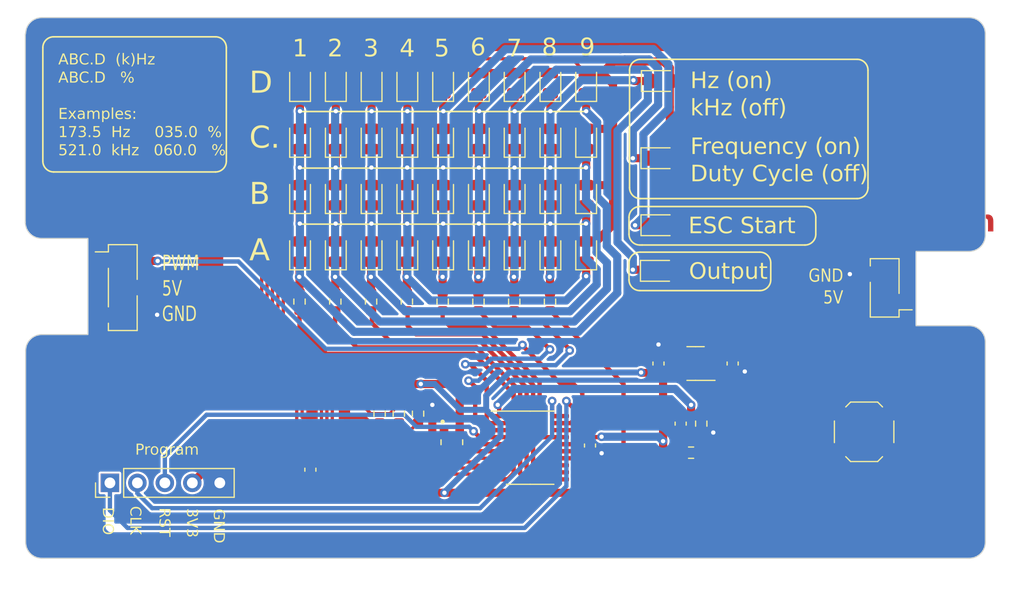
<source format=kicad_pcb>
(kicad_pcb (version 20221018) (generator pcbnew)
  (layers (0 "F.Cu" signal) (31 "B.Cu" signal) (34 "B.Paste" user) (35 "F.Paste" user) (36 "B.SilkS" user "B.Silkscreen") (37 "F.SilkS" user "F.Silkscreen") (38 "B.Mask" user) (39 "F.Mask" user) (44 "Edge.Cuts" user))
  (net 0 "")
  (net 1 "Row1")
  (net 2 "Row2")
  (net 3 "Row3")
  (net 4 "Row4")
  (net 5 "Net-(D4-K)")
  (net 6 "Row5")
  (net 7 "Net-(D12-K)")
  (net 8 "+3V0")
  (net 9 "GND")
  (net 10 "RESET")
  (net 11 "Col1")
  (net 12 "Col2")
  (net 13 "Col3")
  (net 14 "Col4")
  (net 15 "Col5")
  (net 16 "Col6")
  (net 17 "Col7")
  (net 18 "Col8")
  (net 19 "Net-(R10-Pad1)")
  (net 20 "BUTTON")
  (net 21 "Net-(D20-K)")
  (net 22 "Net-(D28-K)")
  (net 23 "Net-(D36-K)")
  (net 24 "Net-(D44-K)")
  (net 25 "Net-(D52-K)")
  (net 26 "Net-(D60-K)")
  (net 27 "SW_DIO")
  (net 28 "SW_CLK")
  (net 29 "CLK")
  (net 30 "Net-(U2-~{LE})")
  (net 31 "Net-(U2-~{OE}_{1})")
  (net 32 "Net-(U2-OE_{0})")
  (net 35 "A2")
  (net 36 "A1")
  (net 38 "A0")
  (net 40 "+5V")
  (net 41 "PWM")
  (footprint "Resistor_SMD:R_0603_1608Metric" (layer "F.Cu") (at 54.945814 45.0613 -90)
    (fp_text reference "R3" hide)
    (fp_text value "100 Ω")
  )
  (footprint "LED_SMD:LED_0805_2012Metric" (layer "F.Cu") (at 71.52745 35.2315 90)
    (fp_text reference "D62" hide)
    (fp_text value "L")
  )
  (footprint "Connector_PinHeader_2.54mm:PinHeader_1x05_P2.54mm_Vertical" (layer "F.Cu") (at 30.7959 61.8256 90)
    (fp_text reference "J2" hide)
    (fp_text value "Reprogram")
  )
  (footprint "Capacitor_SMD:C_0603_1608Metric" (layer "F.Cu") (at 75.1901 58.3712 -90)
    (fp_text reference "C1" hide)
    (fp_text value "10uF")
  )
  (footprint "Resistor_SMD:R_0603_1608Metric" (layer "F.Cu") (at 64.873585 45.0613 -90)
    (fp_text reference "R6" hide)
    (fp_text value "100 Ω")
  )
  (footprint "LED_SMD:LED_0805_2012Metric" (layer "F.Cu") (at 64.91335 40.4385 90)
    (fp_text reference "D45" hide)
    (fp_text value "L")
  )
  (footprint "LED_SMD:LED_0805_2012Metric" (layer "F.Cu") (at 58.29925 35.2315 90)
    (fp_text reference "D30" hide)
    (fp_text value "L")
  )
  (footprint "LED_SMD:LED_0805_2012Metric" (layer "F.Cu") (at 51.68515 40.4385 90)
    (fp_text reference "D13" hide)
    (fp_text value "L")
  )
  (footprint "LED_SMD:LED_0805_2012Metric" (layer "F.Cu") (at 74.8345 40.4385 90)
    (fp_text reference "D28" hide)
    (fp_text value "L")
  )
  (footprint "Package_TO_SOT_SMD:SOT-23-5" (layer "F.Cu") (at 84.9514 50.7868 180)
    (fp_text reference "U3" hide)
    (fp_text value "TLV75533PDBV")
  )
  (footprint "LED_SMD:LED_0805_2012Metric" (layer "F.Cu") (at 54.9922 35.2315 90)
    (fp_text reference "D22" hide)
    (fp_text value "L")
  )
  (footprint "LED_SMD:LED_0805_2012Metric" (layer "F.Cu") (at 81.5909 31.8028)
    (fp_text reference "D44" hide)
    (fp_text value "L")
  )
  (footprint "Resistor_SMD:R_0603_1608Metric" (layer "F.Cu") (at 58.255071 45.0613 -90)
    (fp_text reference "R4" hide)
    (fp_text value "100 Ω")
  )
  (footprint "LED_SMD:LED_0805_2012Metric" (layer "F.Cu") (at 71.52745 40.4385 90)
    (fp_text reference "D61" hide)
    (fp_text value "L")
  )
  (footprint "Colin New Footprints:SOT-23-16 Thin" (layer "F.Cu") (at 50.9839 56.530396 180)
    (fp_text reference "U2" hide)
    (fp_text value "74HC237")
  )
  (footprint "LED_SMD:LED_0805_2012Metric" (layer "F.Cu") (at 51.68515 35.2315 90)
    (fp_text reference "D14" hide)
    (fp_text value "L")
  )
  (footprint "LED_SMD:LED_0805_2012Metric" (layer "F.Cu") (at 68.2204 35.2315 90)
    (fp_text reference "D54" hide)
    (fp_text value "L")
  )
  (footprint "Resistor_SMD:R_0603_1608Metric" (layer "F.Cu") (at 84.5373 59.0316 180)
    (fp_text reference "R10" hide)
    (fp_text value "1kΩ")
  )
  (footprint "LED_SMD:LED_0805_2012Metric" (layer "F.Cu") (at 54.9922 40.4385 90)
    (fp_text reference "D21" hide)
    (fp_text value "L")
  )
  (footprint "LED_SMD:LED_0805_2012Metric" (layer "F.Cu") (at 81.5401 42.2168)
    (fp_text reference "D52" hide)
    (fp_text value "L")
  )
  (footprint "LED_SMD:LED_0805_2012Metric" (layer "F.Cu") (at 51.68515 30.0245 90)
    (fp_text reference "D15" hide)
    (fp_text value "L")
  )
  (footprint "LED_SMD:LED_0805_2012Metric" (layer "F.Cu") (at 54.9922 24.866 90)
    (fp_text reference "D24" hide)
    (fp_text value "L")
  )
  (footprint "LED_SMD:LED_0805_2012Metric" (layer "F.Cu") (at 64.91335 24.866 90)
    (fp_text reference "D48" hide)
    (fp_text value "L")
  )
  (footprint "LED_SMD:LED_0805_2012Metric" (layer "F.Cu") (at 81.5909 38.0004)
    (fp_text reference "D36" hide)
    (fp_text value "L")
  )
  (footprint "Button_Switch_SMD:SW_SPST_TL3342" (layer "F.Cu") (at 100.5393 57.1012)
    (fp_text reference "SW1" hide)
    (fp_text value "SMD Push Button")
  )
  (footprint "Resistor_SMD:R_0603_1608Metric" (layer "F.Cu") (at 71.4921 45.0613 -90)
    (fp_text reference "R8" hide)
    (fp_text value "100 Ω")
  )
  (footprint "LED_SMD:LED_0805_2012Metric" (layer "F.Cu") (at 81.63214 24.6654)
    (fp_text reference "D60" hide)
    (fp_text value "L")
  )
  (footprint "Resistor_SMD:R_0603_1608Metric" (layer "F.Cu") (at 48.3273 45.0613 -90)
    (fp_text reference "R1" hide)
    (fp_text value "100 Ω")
  )
  (footprint "Capacitor_SMD:C_0603_1608Metric" (layer "F.Cu") (at 49.3329 60.6064 -90)
    (fp_text reference "C2" hide)
    (fp_text value "10uF")
  )
  (footprint "LED_SMD:LED_0805_2012Metric" (layer "F.Cu") (at 54.9922 30.0245 90)
    (fp_text reference "D23" hide)
    (fp_text value "L")
  )
  (footprint "Capacitor_SMD:C_0603_1608Metric" (layer "F.Cu") (at 83.5725 56.3466 90)
    (fp_text reference "C4" hide)
    (fp_text value "0.1uF")
  )
  (footprint "Resistor_SMD:R_0603_1608Metric" (layer "F.Cu") (at 55.7337 55.4248 90)
    (fp_text reference "R15" hide)
    (fp_text value "1kΩ")
  )
  (footprint "LED_SMD:LED_0805_2012Metric" (layer "F.Cu") (at 58.29925 40.4385 90)
    (fp_text reference "D29" hide)
    (fp_text value "L")
  )
  (footprint "Colin New Footprints:active crystal oscillator" (layer "F.Cu") (at 62.4139 58.0664 -90)
    (fp_text reference "Y1" hide)
    (fp_text value "Active Crystal Oscillator")
  )
  (footprint "Colin New Footprints:2 Pin SMD (2.54)" (layer "F.Cu") (at 101.2199 37.3396 180)
    (fp_text reference "J1" hide)
    (fp_text value "Battery")
  )
  (footprint "LED_SMD:LED_0805_2012Metric" (layer "F.Cu") (at 61.6063 24.866 90)
    (fp_text reference "D40" hide)
    (fp_text value "L")
  )
  (footprint "LED_SMD:LED_0805_2012Metric" (layer "F.Cu") (at 68.2204 40.4385 90)
    (fp_text reference "D53" hide)
    (fp_text value "L")
  )
  (footprint "LED_SMD:LED_0805_2012Metric" (layer "F.Cu") (at 48.3781 24.866 90)
    (fp_text reference "D8" hide)
    (fp_text value "L")
  )
  (footprint "Package_SO:TSSOP-20_4.4x6.5mm_P0.65mm" (layer "F.Cu") (at 69.6529 58.5744)
    (fp_text reference "U1" hide)
    (fp_text value "STM32L010F4Px")
  )
  (footprint "Resistor_SMD:R_0603_1608Metric" (layer "F.Cu") (at 57.5117 55.4248 90)
    (fp_text reference "R14" hide)
    (fp_text value "1kΩ")
  )
  (footprint "LED_SMD:LED_0805_2012Metric" (layer "F.Cu") (at 61.6063 35.2315 90)
    (fp_text reference "D38" hide)
    (fp_text value "L")
  )
  (footprint "LED_SMD:LED_0805_2012Metric" (layer "F.Cu") (at 58.29925 30.0245 90)
    (fp_text reference "D31" hide)
    (fp_text value "L")
  )
  (footprint "LED_SMD:LED_0805_2012Metric" (layer "F.Cu") (at 71.52745 30.0245 90)
    (fp_text reference "D63" hide)
    (fp_text value "L")
  )
  (footprint "LED_SMD:LED_0805_2012Metric" (layer "F.Cu") (at 68.2204 24.866 90)
    (fp_text reference "D56" hide)
    (fp_text value "L")
  )
  (footprint "LED_SMD:LED_0805_2012Metric" (layer "F.Cu") (at 64.91335 35.2315 90)
    (fp_text reference "D46" hide)
    (fp_text value "L")
  )
  (footprint "LED_SMD:LED_0805_2012Metric" (layer "F.Cu") (at 71.52745 24.866 90)
    (fp_text reference "D64" hide)
    (fp_text value "L")
  )
  (footprint "LED_SMD:LED_0805_2012Metric" (layer "F.Cu") (at 48.3781 35.2315 90)
    (fp_text reference "D6" hide)
    (fp_text value "L")
  )
  (footprint "LED_SMD:LED_0805_2012Metric" (layer "F.Cu") (at 48.3781 40.4385 90)
    (fp_text reference "D5" hide)
    (fp_text value "L")
  )
  (footprint "LED_SMD:LED_0805_2012Metric" (layer "F.Cu") (at 64.91335 30.0245 90)
    (fp_text reference "D47" hide)
    (fp_text value "L")
  )
  (footprint "Resistor_SMD:R_0603_1608Metric" (layer "F.Cu") (at 51.636557 45.0613 -90)
    (fp_text reference "R2" hide)
    (fp_text value "100 Ω")
  )
  (footprint "LED_SMD:LED_0805_2012Metric" (layer "F.Cu") (at 68.2204 30.0245 90)
    (fp_text reference "D55" hide)
    (fp_text value "L")
  )
  (footprint "LED_SMD:LED_0805_2012Metric" (layer "F.Cu") (at 51.68515 24.866 90)
    (fp_text reference "D16" hide)
    (fp_text value "L")
  )
  (footprint "LED_SMD:LED_0805_2012Metric" (layer "F.Cu") (at 61.6063 30.0245 90)
    (fp_text reference "D39" hide)
    (fp_text value "L")
  )
  (footprint "Resistor_SMD:R_0603_1608Metric" (layer "F.Cu") (at 61.564328 45.0613 -90)
    (fp_text reference "R5" hide)
    (fp_text value "100 Ω")
  )
  (footprint "Resistor_SMD:R_0603_1608Metric" (layer "F.Cu") (at 85.4775 56.3466 -90)
    (fp_text reference "R12" hide)
    (fp_text value "10kΩ")
  )
  (footprint "Resistor_SMD:R_0603_1608Metric" (layer "F.Cu") (at 68.182842 45.0613 -90)
    (fp_text reference "R7" hide)
    (fp_text value "100 Ω")
  )
  (footprint "LED_SMD:LED_0805_2012Metric" (layer "F.Cu") (at 74.8345 24.866 90)
    (fp_text reference "D4" hide)
    (fp_text value "L")
  )
  (footprint "Capacitor_SMD:C_0603_1608Metric" (layer "F.Cu") (at 88.3804 50.7868 -90)
    (fp_text reference "C6" hide)
    (fp_text value "10 µF")
  )
  (footprint "LED_SMD:LED_0805_2012Metric" (layer "F.Cu") (at 48.3781 30.0245 90)
    (fp_text reference "D7" hide)
    (fp_text value "L")
  )
  (footprint "Resistor_SMD:R_0603_1608Metric" (layer "F.Cu") (at 59.2897 55.4248 90)
    (fp_text reference "R13" hide)
    (fp_text value "1kΩ")
  )
  (footprint "LED_SMD:LED_0805_2012Metric" (layer "F.Cu") (at 58.29925 24.866 90)
    (fp_text reference "D32" hide)
    (fp_text value "L")
  )
  (footprint "Colin New Footprints:3 Pin SMD (2.54)" (layer "F.Cu") (at 32.1867 45.5438)
    (fp_text reference "J3" hide)
    (fp_text value "Output Pins")
  )
  (footprint "LED_SMD:LED_0805_2012Metric" (layer "F.Cu") (at 74.8345 35.2315 90)
    (fp_text reference "D20" hide)
    (fp_text value "L")
  )
  (footprint "LED_SMD:LED_0805_2012Metric" (layer "F.Cu") (at 61.6063 40.4385 90)
    (fp_text reference "D37" hide)
    (fp_text value "L")
  )
  (footprint "LED_SMD:LED_0805_2012Metric" (layer "F.Cu") (at 74.8345 30.0245 90)
    (fp_text reference "D12" hide)
    (fp_text value "L")
  )
  (footprint "Capacitor_SMD:C_0603_1608Metric" (layer "F.Cu") (at 81.5224 50.7868 90)
    (fp_text reference "C5" hide)
    (fp_text value "10 µF")
  )
  (gr_arc (start 25.5933 33.0728) (mid 24.886193 32.779907) (end 24.5933 32.0728) (stroke (width 0.15)) (layer "F.SilkS"))
  (gr_arc (start 78.7969 37.2732) (mid 79.089793 36.566093) (end 79.7969 36.2732) (stroke (width 0.15)) (layer "F.SilkS"))
  (gr_arc (start 79.8477 35.5366) (mid 79.140593 35.243707) (end 78.8477 34.5366) (stroke (width 0.15)) (layer "F.SilkS"))
  (gr_line (start 80.0001 36.2732) (end 95.0689 36.2732) (stroke (width 0.15)) (layer "F.SilkS"))
  (gr_line (start 79.7969 39.8292) (end 80.0001 39.8292) (stroke (width 0.15)) (layer "F.SilkS"))
  (gr_line (start 95.0689 39.8292) (end 80.0001 39.8292) (stroke (width 0.15)) (layer "F.SilkS"))
  (gr_arc (start 79.7969 44.0456) (mid 79.089793 43.752707) (end 78.7969 43.0456) (stroke (width 0.15)) (layer "F.SilkS"))
  (gr_line (start 25.5933 20.576) (end 40.5605 20.576) (stroke (width 0.15)) (layer "F.SilkS"))
  (gr_line (start 40.5605 33.0728) (end 25.5933 33.0728) (stroke (width 0.15)) (layer "F.SilkS"))
  (gr_line (start 100.8949 23.6842) (end 100.8949 34.5366) (stroke (width 0.15)) (layer "F.SilkS"))
  (gr_line (start 99.8949 22.6588) (end 79.8477 22.6588) (stroke (width 0.15)) (layer "F.SilkS"))
  (gr_line (start 41.5605 21.576) (end 41.5605 32.0728) (stroke (width 0.15)) (layer "F.SilkS"))
  (gr_line (start 48.3325 32.7169) (end 74.8345 32.7169) (stroke (width 0.15)) (layer "F.SilkS"))
  (gr_line (start 78.8477 34.5112) (end 78.8477 23.6588) (stroke (width 0.15)) (layer "F.SilkS"))
  (gr_line (start 79.7969 40.4896) (end 90.9033 40.4896) (stroke (width 0.15)) (layer "F.SilkS"))
  (gr_arc (start 41.5605 32.0728) (mid 41.267607 32.779907) (end 40.5605 33.0728) (stroke (width 0.15)) (layer "F.SilkS"))
  (gr_arc (start 100.8949 34.5366) (mid 100.602007 35.243707) (end 99.8949 35.5366) (stroke (width 0.15)) (layer "F.SilkS"))
  (gr_arc (start 90.9033 40.4896) (mid 91.610407 40.782493) (end 91.9033 41.4896) (stroke (width 0.15)) (layer "F.SilkS"))
  (gr_arc (start 99.8949 22.6588) (mid 100.602007 22.951693) (end 100.8949 23.6588) (stroke (width 0.15)) (layer "F.SilkS"))
  (gr_line (start 24.5933 32.0728) (end 24.5933 21.576) (stroke (width 0.15)) (layer "F.SilkS"))
  (gr_arc (start 95.0689 36.2732) (mid 95.776007 36.566093) (end 96.0689 37.2732) (stroke (width 0.15)) (layer "F.SilkS"))
  (gr_line (start 91.9033 41.4896) (end 91.9033 43.0456) (stroke (width 0.15)) (layer "F.SilkS"))
  (gr_line (start 48.3325 37.8985) (end 74.7329 37.8985) (stroke (width 0.15)) (layer "F.SilkS"))
  (gr_line (start 78.7969 38.8292) (end 78.7969 37.2732) (stroke (width 0.15)) (layer "F.SilkS"))
  (gr_arc (start 78.8477 23.6588) (mid 79.140593 22.951693) (end 79.8477 22.6588) (stroke (width 0.15)) (layer "F.SilkS"))
  (gr_line (start 90.9033 44.0456) (end 79.7969 44.0456) (stroke (width 0.15)) (layer "F.SilkS"))
  (gr_line (start 99.8949 35.5366) (end 79.8477 35.5366) (stroke (width 0.15)) (layer "F.SilkS"))
  (gr_arc (start 24.5933 21.576) (mid 24.886193 20.868893) (end 25.5933 20.576) (stroke (width 0.15)) (layer "F.SilkS"))
  (gr_arc (start 96.0689 38.8292) (mid 95.776007 39.536307) (end 95.0689 39.8292) (stroke (width 0.15)) (layer "F.SilkS"))
  (gr_arc (start 91.9033 43.0456) (mid 91.610407 43.752707) (end 90.9033 44.0456) (stroke (width 0.15)) (layer "F.SilkS"))
  (gr_line (start 79.7969 36.2732) (end 80.0001 36.2732) (stroke (width 0.15)) (layer "F.SilkS"))
  (gr_arc (start 40.5605 20.576) (mid 41.267607 20.868893) (end 41.5605 21.576) (stroke (width 0.15)) (layer "F.SilkS"))
  (gr_line (start 78.7969 43.0456) (end 78.7969 41.4896) (stroke (width 0.15)) (layer "F.SilkS"))
  (gr_line (start 96.0689 37.2732) (end 96.0689 38.8292) (stroke (width 0.15)) (layer "F.SilkS"))
  (gr_arc (start 78.7969 41.4896) (mid 79.089793 40.782493) (end 79.7969 40.4896) (stroke (width 0.15)) (layer "F.SilkS"))
  (gr_line (start 48.3273 27.4845) (end 74.8853 27.4845) (stroke (width 0.15)) (layer "F.SilkS"))
  (gr_arc (start 79.7969 39.8292) (mid 79.089793 39.536307) (end 78.7969 38.8292) (stroke (width 0.15)) (layer "F.SilkS"))
  (gr_arc (start 23 20.3) (mid 23.43934 19.23934) (end 24.5 18.8) (stroke (width 0.1)) (layer "Edge.Cuts"))
  (gr_line (start 105.3399 40.42094) (end 105.3399 47.28926) (stroke (width 0.1)) (layer "Edge.Cuts"))
  (gr_line (start 22.9989 49.6096) (end 22.9989 67.3) (stroke (width 0.1)) (layer "Edge.Cuts"))
  (gr_line (start 24.4989 48.1096) (end 28.7589 48.1096) (stroke (width 0.1)) (layer "Edge.Cuts"))
  (gr_line (start 24.5 18.8) (end 110.25 18.8) (stroke (width 0.1)) (layer "Edge.Cuts"))
  (gr_line (start 111.74824 38.92094) (end 111.74824 20.3) (stroke (width 0.1)) (layer "Edge.Cuts"))
  (gr_arc (start 24.4699 39.2196) (mid 23.40924 38.78026) (end 22.9699 37.7196) (stroke (width 0.1)) (layer "Edge.Cuts"))
  (gr_arc (start 24.5 68.8) (mid 23.43934 68.36066) (end 23 67.3) (stroke (width 0.1)) (layer "Edge.Cuts"))
  (gr_arc (start 111.74824 38.92094) (mid 111.3089 39.9816) (end 110.24824 40.42094) (stroke (width 0.1)) (layer "Edge.Cuts"))
  (gr_line (start 22.9699 37.7196) (end 22.9699 20.3) (stroke (width 0.1)) (layer "Edge.Cuts"))
  (gr_line (start 110.24824 40.42094) (end 105.3399 40.42094) (stroke (width 0.1)) (layer "Edge.Cuts"))
  (gr_arc (start 111.75 67.3) (mid 111.31066 68.36066) (end 110.25 68.8) (stroke (width 0.1)) (layer "Edge.Cuts"))
  (gr_line (start 28.7589 48.1096) (end 28.7589 39.2196) (stroke (width 0.1)) (layer "Edge.Cuts"))
  (gr_arc (start 22.9989 49.6096) (mid 23.43824 48.54894) (end 24.4989 48.1096) (stroke (width 0.1)) (layer "Edge.Cuts"))
  (gr_arc (start 110.25 47.28926) (mid 111.310659 47.7286) (end 111.749999 48.78926) (stroke (width 0.1)) (layer "Edge.Cuts"))
  (gr_line (start 110.25 68.8) (end 24.5 68.8) (stroke (width 0.1)) (layer "Edge.Cuts"))
  (gr_arc (start 110.25 18.8) (mid 111.31066 19.23934) (end 111.75 20.3) (stroke (width 0.1)) (layer "Edge.Cuts"))
  (gr_line (start 111.749999 48.78926) (end 111.749999 67.3) (stroke (width 0.1)) (layer "Edge.Cuts"))
  (gr_line (start 24.4699 39.2196) (end 28.7589 39.2196) (stroke (width 0.1)) (layer "Edge.Cuts"))
  (gr_line (start 110.25 47.28926) (end 105.3399 47.28926) (stroke (width 0.1)) (layer "Edge.Cuts"))
  (gr_text "Power In" (at 98.8629 38.9148) (layer "F.Cu") (effects (font (size 2 2) (thickness 0.4) bold) (justify left bottom)))
  (gr_text "Signal Out" (at 24.6441 37.594) (layer "F.Cu") (effects (font (size 2 2) (thickness 0.4) bold) (justify left bottom)))
  (gr_text "B" (at 43.6791 36.3745) (layer "F.SilkS") (effects (font (size 2 2)) (justify left bottom)))
  (gr_text "D" (at 43.6791 26.0875) (layer "F.SilkS") (effects (font (size 2 2)) (justify left bottom)))
  (gr_text "ESC Start" (at 84.2833 37.2384) (layer "F.SilkS") (effects (font (size 1.5 1.5)) (justify left top)))
  (gr_text "PWM\n5V\nGND" (at 35.6169 47.0936) (layer "F.SilkS") (effects (font (size 1.4 1)) (justify left bottom)))
  (gr_text "RST" (at 35.2105 64.1116 270) (layer "F.SilkS") (effects (font (size 1 1)) (justify left bottom)))
  (gr_text "C." (at 43.6791 31.1675) (layer "F.SilkS") (effects (font (size 2 2)) (justify left bottom)))
  (gr_text "9" (at 74.2249 22.5569) (layer "F.SilkS") (effects (font (size 1.6 1.6)) (justify left bottom)))
  (gr_text "Output" (at 84.3341 41.4548) (layer "F.SilkS") (effects (font (size 1.5 1.5)) (justify left top)))
  (gr_text "Program\n" (at 33.1277 59.3872) (layer "F.SilkS") (effects (font (size 1 1)) (justify left bottom)))
  (gr_text "1" (at 47.6669 22.6585) (layer "F.SilkS") (effects (font (size 1.6 1.6)) (justify left bottom)))
  (gr_text "Hz (on)\nkHz (off)" (at 84.4634 28.0944) (layer "F.SilkS") (effects (font (size 1.5 1.5)) (justify left bottom)))
  (gr_text "3\n" (at 54.2201 22.6585) (layer "F.SilkS") (effects (font (size 1.6 1.6)) (justify left bottom)))
  (gr_text "8" (at 70.7301 22.5569) (layer "F.SilkS") (effects (font (size 1.6 1.6)) (justify left bottom)))
  (gr_text "3V3" (at 37.7505 64.1624 270) (layer "F.SilkS") (effects (font (size 1 1)) (justify left bottom)))
  (gr_text "A" (at 43.6791 41.5815) (layer "F.SilkS") (effects (font (size 2 2)) (justify left bottom)))
  (gr_text "CLK\n" (at 32.5181 63.9592 270) (layer "F.SilkS") (effects (font (size 1 1)) (justify left bottom)))
  (gr_text "GND\n5V\n" (at 98.6089 45.4426) (layer "F.SilkS") (effects (font (size 1.2 1)) (justify right bottom)))
  (gr_text "5" (at 60.7733 22.6585) (layer "F.SilkS") (effects (font (size 1.6 1.6)) (justify left bottom)))
  (gr_text "2" (at 50.9181 22.6585) (layer "F.SilkS") (effects (font (size 1.6 1.6)) (justify left bottom)))
  (gr_text "GND" (at 40.2397 64.2132 270) (layer "F.SilkS") (effects (font (size 1 1)) (justify left bottom)))
  (gr_text "6" (at 64.1261 22.5569) (layer "F.SilkS") (effects (font (size 1.6 1.6)) (justify left bottom)))
  (gr_text "ABC.D  (k)Hz\nABC.D   %\n\nExamples:\n173.5  Hz     035.0  %\n521.0  kHz   060.0   %\n" (at 26.0157 31.7012) (layer "F.SilkS") (effects (font (size 1 1)) (justify left bottom)))
  (gr_text "DIO" (at 29.9781 64.0608 270) (layer "F.SilkS") (effects (font (size 1 1)) (justify left bottom)))
  (gr_text "4" (at 57.5729 22.6585) (layer "F.SilkS") (effects (font (size 1.6 1.6)) (justify left bottom)))
  (gr_text "7" (at 67.4789 22.6585) (layer "F.SilkS") (effects (font (size 1.6 1.6)) (justify left bottom)))
  (gr_text "Frequency (on) \nDuty Cycle (off)" (at 84.4634 34.1904) (layer "F.SilkS") (effects (font (size 1.5 1.5)) (justify left bottom)))
  (segment (start 73.514 22.608) (end 46.5389 22.608) (width 0.3) (layer "F.Cu") (net 1))
  (segment (start 77.1987 29.087) (end 77.3237 29.212) (width 0.75) (layer "F.Cu") (net 1))
  (segment (start 82.4776 42.2168) (end 82.4776 38.0512) (width 0.75) (layer "F.Cu") (net 1))
  (segment (start 44.8277 24.3192) (end 44.8277 50.2004) (width 0.3) (layer "F.Cu") (net 1))
  (segment (start 82.56964 37.85756) (end 82.5284 37.8988) (width 0.75) (layer "F.Cu") (net 1))
  (segment (start 77.3237 24.9448) (end 76.3074 23.9285) (width 0.75) (layer "F.Cu") (net 1))
  (segment (start 77.3237 37.9496) (end 77.3237 34.3428) (width 0.75) (layer "F.Cu") (net 1))
  (segment (start 77.3237 29.212) (end 77.3237 24.9448) (width 0.75) (layer "F.Cu") (net 1))
  (segment (start 46.5389 22.608) (end 44.8277 24.3192) (width 0.3) (layer "F.Cu") (net 1))
  (segment (start 77.3237 34.3428) (end 77.3237 29.212) (width 0.75) (layer "F.Cu") (net 1))
  (segment (start 77.3739 22.862) (end 76.3074 23.9285) (width 0.75) (layer "F.Cu") (net 1))
  (segment (start 48.0709 57.242401) (end 48.608898 57.780399) (width 0.3) (layer "F.Cu") (net 1))
  (segment (start 81.9973 22.862) (end 77.3739 22.862) (width 0.75) (layer "F.Cu") (net 1))
  (segment (start 48.608898 57.780399) (end 49.483898 57.780399) (width 0.3) (layer "F.Cu") (net 1))
  (segment (start 44.8277 50.2004) (end 48.0709 53.4436) (width 0.3) (layer "F.Cu") (net 1))
  (segment (start 74.8345 34.294) (end 77.2749 34.294) (width 0.75) (layer "F.Cu") (net 1))
  (segment (start 74.8345 29.087) (end 77.1987 29.087) (width 0.75) (layer "F.Cu") (net 1))
  (segment (start 82.56964 27.0784) (end 82.56964 30.7614) (width 0.75) (layer "F.Cu") (net 1))
  (segment (start 82.4776 38.0512) (end 82.5284 38.0004) (width 0.75) (layer "F.Cu") (net 1))
  (segment (start 74.8345 23.9285) (end 73.514 22.608) (width 0.3) (layer "F.Cu") (net 1))
  (segment (start 75.7723 39.501) (end 77.3237 37.9496) (width 0.75) (layer "F.Cu") (net 1))
  (segment (start 77.2749 34.294) (end 77.3237 34.3428) (width 0.75) (layer "F.Cu") (net 1))
  (segment (start 82.56964 30.7614) (end 82.56964 37.85756) (width 0.75) (layer "F.Cu") (net 1))
  (segment (start 82.56964 24.6654) (end 82.56964 27.0784) (width 0.75) (layer "F.Cu") (net 1))
  (segment (start 82.56964 23.43434) (end 81.9973 22.862) (width 0.75) (layer "F.Cu") (net 1))
  (segment (start 74.8345 39.501) (end 75.7723 39.501) (width 0.75) (layer "F.Cu") (net 1))
  (segment (start 48.0709 53.4436) (end 48.0709 57.242401) (width 0.3) (layer "F.Cu") (net 1))
  (segment (start 76.3074 23.9285) (end 74.8345 23.9285) (width 0.75) (layer "F.Cu") (net 1))
  (segment (start 82.56964 24.6654) (end 82.56964 23.43434) (width 0.75) (layer "F.Cu") (net 1))
  (segment (start 51.358898 56.583014) (end 51.358898 53.843998) (width 0.3) (layer "F.Cu") (net 2))
  (segment (start 50.661511 57.280401) (end 51.358898 56.583014) (width 0.3) (layer "F.Cu") (net 2))
  (segment (start 48.3781 39.501) (end 71.52745 39.501) (width 0.75) (layer "F.Cu") (net 2))
  (segment (start 46.8277 49.3128) (end 46.8277 39.8452) (width 0.3) (layer "F.Cu") (net 2))
  (segment (start 46.8277 39.8452) (end 47.1993 39.4736) (width 0.3) (layer "F.Cu") (net 2))
  (segment (start 47.1993 39.4736) (end 47.2267 39.501) (width 0.3) (layer "F.Cu") (net 2))
  (segment (start 51.358898 53.843998) (end 46.8277 49.3128) (width 0.3) (layer "F.Cu") (net 2))
  (segment (start 47.2267 39.501) (end 48.3781 39.501) (width 0.3) (layer "F.Cu") (net 2))
  (segment (start 49.483898 57.2804) (end 50.661511 57.280401) (width 0.3) (layer "F.Cu") (net 2))
  (segment (start 49.483898 56.780401) (end 50.454405 56.780401) (width 0.3) (layer "F.Cu") (net 3))
  (segment (start 46.8417 34.294) (end 48.3781 34.294) (width 0.3) (layer "F.Cu") (net 3))
  (segment (start 50.858898 54.059291) (end 46.3277 49.528093) (width 0.3) (layer "F.Cu") (net 3))
  (segment (start 50.454405 56.780401) (end 50.858898 56.375908) (width 0.3) (layer "F.Cu") (net 3))
  (segment (start 50.858898 56.375908) (end 50.858898 54.059291) (width 0.3) (layer "F.Cu") (net 3))
  (segment (start 46.3277 49.528093) (end 46.3277 34.808) (width 0.3) (layer "F.Cu") (net 3))
  (segment (start 48.3781 34.294) (end 71.52745 34.294) (width 0.75) (layer "F.Cu") (net 3))
  (segment (start 46.3277 34.808) (end 46.8417 34.294) (width 0.3) (layer "F.Cu") (net 3))
  (segment (start 45.8277 49.7352) (end 45.8277 30.1772) (width 0.3) (layer "F.Cu") (net 4))
  (segment (start 50.358898 54.266398) (end 45.8277 49.7352) (width 0.3) (layer "F.Cu") (net 4))
  (segment (start 46.9179 29.087) (end 48.3781 29.087) (width 0.3) (layer "F.Cu") (net 4))
  (segment (start 50.358898 56.168801) (end 50.358898 54.266398) (width 0.3) (layer "F.Cu") (net 4))
  (segment (start 50.2473 56.280399) (end 50.358898 56.168801) (width 0.3) (layer "F.Cu") (net 4))
  (segment (start 49.483898 56.280399) (end 50.2473 56.280399) (width 0.3) (layer "F.Cu") (net 4))
  (segment (start 45.8277 30.1772) (end 46.9179 29.087) (width 0.3) (layer "F.Cu") (net 4))
  (segment (start 48.3781 29.087) (end 71.52745 29.087) (width 0.75) (layer "F.Cu") (net 4))
  (segment (start 48.3273 41.4268) (end 48.3781 41.376) (width 0.75) (layer "F.Cu") (net 5))
  (segment (start 74.8345 27.434) (end 74.8345 25.8035) (width 0.75) (layer "F.Cu") (net 5))
  (segment (start 48.35225 37.848) (end 48.35225 36.19485) (width 0.75) (layer "F.Cu") (net 5))
  (segment (start 48.3273 44.2363) (end 48.3273 41.4268) (width 0.75) (layer "F.Cu") (net 5))
  (segment (start 48.3781 32.64055) (end 48.35225 32.6664) (width 0.75) (layer "F.Cu") (net 5))
  (segment (start 48.3677 27.434) (end 48.3677 25.8139) (width 0.75) (layer "F.Cu") (net 5))
  (segment (start 48.3677 25.8139) (end 48.3781 25.8035) (width 0.75) (layer "F.Cu") (net 5))
  (segment (start 48.35225 36.19485) (end 48.3781 36.169) (width 0.75) (layer "F.Cu") (net 5))
  (segment (start 48.3781 30.962) (end 48.3781 32.64055) (width 0.75) (layer "F.Cu") (net 5))
  (via (at 48.35225 32.6664) (size 0.8) (drill 0.4) (layers "F.Cu" "B.Cu") (net 5))
  (via (at 48.3677 27.4545) (size 0.8) (drill 0.4) (layers "F.Cu" "B.Cu") (net 5))
  (via (at 48.30145 42.7756) (size 0.8) (drill 0.4) (layers "F.Cu" "B.Cu") (net 5))
  (via (at 48.35225 37.848) (size 0.8) (drill 0.4) (layers "F.Cu" "B.Cu") (net 5))
  (via (at 74.8345 27.4545) (size 0.8) (drill 0.4) (layers "F.Cu" "B.Cu") (net 5))
  (segment (start 75.8505 28.4705) (end 74.8345 27.4545) (width 0.75) (layer "B.Cu") (net 5))
  (segment (start 48.3677 27.4545) (end 48.3677 42.70935) (width 0.75) (layer "B.Cu") (net 5))
  (segment (start 76.74405 36.280448) (end 75.8505 35.386898) (width 0.75) (layer "B.Cu") (net 5))
  (segment (start 48.3677 42.70935) (end 48.30145 42.7756) (width 0.75) (layer "B.Cu") (net 5))
  (segment (start 77.7095 40.89625) (end 76.74405 39.9308) (width 0.75) (layer "B.Cu") (net 5))
  (segment (start 77.7095 44.264005) (end 77.7095 40.89625) (width 0.75) (layer "B.Cu") (net 5))
  (segment (start 76.74405 39.9308) (end 76.74405 36.280448) (width 0.75) (layer "B.Cu") (net 5))
  (segment (start 75.8505 35.386898) (end 75.8505 28.4705) (width 0.75) (layer "B.Cu") (net 5))
  (segment (start 74.117905 47.8556) (end 77.7095 44.264005) (width 0.75) (layer "B.Cu") (net 5))
  (segment (start 48.30145 42.7756) (end 53.38145 47.8556) (width 0.75) (layer "B.Cu") (net 5))
  (segment (start 53.38145 47.8556) (end 74.117905 47.8556) (width 0.75) (layer "B.Cu") (net 5))
  (segment (start 48.3781 23.9285) (end 71.52745 23.9285) (width 0.75) (layer "F.Cu") (net 6))
  (segment (start 46.8945 23.9288) (end 48.3778 23.9288) (width 0.3) (layer "F.Cu") (net 6))
  (segment (start 48.3778 23.9288) (end 48.3781 23.9285) (width 0.3) (layer "F.Cu") (net 6))
  (segment (start 45.3277 49.942306) (end 45.3277 25.4956) (width 0.3) (layer "F.Cu") (net 6))
  (segment (start 48.5709 55.7424) (end 48.5709 53.185506) (width 0.3) (layer "F.Cu") (net 6))
  (segment (start 45.3277 25.4956) (end 46.8945 23.9288) (width 0.3) (layer "F.Cu") (net 6))
  (segment (start 48.6089 55.7804) (end 48.5709 55.7424) (width 0.3) (layer "F.Cu") (net 6))
  (segment (start 49.483898 55.7804) (end 48.6089 55.7804) (width 0.3) (layer "F.Cu") (net 6))
  (segment (start 48.5709 53.185506) (end 45.3277 49.942306) (width 0.3) (layer "F.Cu") (net 6))
  (segment (start 51.636557 41.424593) (end 51.68515 41.376) (width 0.75) (layer "F.Cu") (net 7))
  (segment (start 51.68515 30.962) (end 51.68515 32.65095) (width 0.75) (layer "F.Cu") (net 7))
  (segment (start 74.8345 30.962) (end 74.8345 32.65095) (width 0.75) (layer "F.Cu") (net 7))
  (segment (start 51.636557 44.2363) (end 51.636557 41.424593) (width 0.75) (layer "F.Cu") (net 7))
  (segment (start 74.8345 32.65095) (end 74.81905 32.6664) (width 0.75) (layer "F.Cu") (net 7))
  (segment (start 51.6697 37.848) (end 51.6697 36.18445) (width 0.75) (layer "F.Cu") (net 7))
  (segment (start 51.6697 36.18445) (end 51.68515 36.169) (width 0.75) (layer "F.Cu") (net 7))
  (segment (start 51.68515 27.44945) (end 51.68515 25.8035) (width 0.75) (layer "F.Cu") (net 7))
  (segment (start 51.68515 32.65095) (end 51.6697 32.6664) (width 0.75) (layer "F.Cu") (net 7))
  (via (at 51.6697 37.848) (size 0.8) (drill 0.4) (layers "F.Cu" "B.Cu") (net 7))
  (via (at 51.6189 42.7756) (size 0.8) (drill 0.4) (layers "F.Cu" "B.Cu") (net 7))
  (via (at 51.6697 32.6664) (size 0.8) (drill 0.4) (layers "F.Cu" "B.Cu") (net 7))
  (via (at 51.68515 27.4545) (size 0.8) (drill 0.4) (layers "F.Cu" "B.Cu") (net 7))
  (via (at 74.81905 32.6664) (size 0.8) (drill 0.4) (layers "F.Cu" "B.Cu") (net 7))
  (segment (start 76.7595 43.870502) (end 76.7595 41.4646) (width 0.75) (layer "B.Cu") (net 7))
  (segment (start 74.81905 35.69895) (end 74.81905 32.6664) (width 0.75) (layer "B.Cu") (net 7))
  (segment (start 75.7845 40.4896) (end 75.79405 40.48005) (width 0.75) (layer "B.Cu") (net 7))
  (segment (start 73.724402 46.9056) (end 76.7595 43.870502) (width 0.75) (layer "B.Cu") (net 7))
  (segment (start 76.7595 41.4646) (end 75.7845 40.4896) (width 0.75) (layer "B.Cu") (net 7))
  (segment (start 75.79405 36.67395) (end 74.81905 35.69895) (width 0.75) (layer "B.Cu") (net 7))
  (segment (start 75.79405 40.48005) (end 75.79405 36.67395) (width 0.75) (layer "B.Cu") (net 7))
  (segment (start 51.6189 42.7756) (end 55.7489 46.9056) (width 0.75) (layer "B.Cu") (net 7))
  (segment (start 55.7489 46.9056) (end 73.724402 46.9056) (width 0.75) (layer "B.Cu") (net 7))
  (segment (start 51.6189 27.52075) (end 51.68515 27.4545) (width 0.75) (layer "B.Cu") (net 7))
  (segment (start 51.6189 42.7756) (end 51.6189 27.52075) (width 0.75) (layer "B.Cu") (net 7))
  (segment (start 55.7337 53.596) (end 56.6481 52.6816) (width 0.75) (layer "F.Cu") (net 8))
  (segment (start 81.9465 56.0344) (end 81.9465 51.9859) (width 0.75) (layer "F.Cu") (net 8))
  (segment (start 49.483898 59.680402) (end 49.3329 59.8314) (width 0.3) (layer "F.Cu") (net 8))
  (segment (start 74.3265 57.5584) (end 75.1523 57.5584) (width 0.4) (layer "F.Cu") (net 8))
  (segment (start 79.9145 51.6148) (end 79.9675 51.5618) (width 0.55) (layer "F.Cu") (net 8))
  (segment (start 81.9465 58.5236) (end 82.5053 59.0824) (width 0.75) (layer "F.Cu") (net 8))
  (segment (start 80.1685 62.74) (end 81.9465 60.962) (width 0.75) (layer "F.Cu") (net 8))
  (segment (start 79.9145 51.6148) (end 80.0365 51.7368) (width 0.55) (layer "F.Cu") (net 8))
  (segment (start 55.7337 54.5998) (end 55.7337 53.596) (width 0.75) (layer "F.Cu") (net 8))
  (segment (start 64.2469 58.2494) (end 63.1389 57.1414) (width 0.4) (layer "F.Cu") (net 8))
  (segment (start 61.7281 62.74) (end 53.5493 62.74) (width 0.75) (layer "F.Cu") (net 8))
  (segment (start 61.7281 62.74) (end 80.1685 62.74) (width 0.75) (layer "F.Cu") (net 8))
  (segment (start 56.6481 52.6816) (end 59.5437 52.6816) (width 0.75) (layer "F.Cu") (net 8))
  (segment (start 79.9675 51.5618) (end 81.5224 51.5618) (width 0.55) (layer "F.Cu") (net 8))
  (segment (start 38.4159 61.8256) (end 38.4159 61.3226) (width 0.4) (layer "F.Cu") (net 8))
  (segment (start 75.1523 57.5584) (end 75.1901 57.5962) (width 0.4) (layer "F.Cu") (net 8))
  (segment (start 80.0365 51.7368) (end 83.8139 51.7368) (width 0.55) (layer "F.Cu") (net 8))
  (segment (start 53.5493 62.74) (end 50.6407 59.8314) (width 0.75) (layer "F.Cu") (net 8))
  (segment (start 73.6355 58.2494) (end 74.3265 57.5584) (width 0.4) (layer "F.Cu") (net 8))
  (segment (start 81.9465 56.8472) (end 81.9465 56.0344) (width 0.75) (layer "F.Cu") (net 8))
  (segment (start 76.2569 57.5584) (end 76.2191 57.5962) (width 0.4) (layer "F.Cu") (net 8))
  (segment (start 72.5154 58.2494) (end 73.6355 58.2494) (width 0.4) (layer "F.Cu") (net 8))
  (segment (start 62.5409 52.6816) (end 63.1389 53.2796) (width 0.75) (layer "F.Cu") (net 8))
  (segment (start 38.4159 61.3226) (end 38.4109 61.3176) (width 0.4) (layer "F.Cu") (net 8))
  (segment (start 82.2209 57.1216) (end 81.9465 56.8472) (width 0.75) (layer "F.Cu") (net 8))
  (segment (start 49.3329 59.8314) (end 40.4101 59.8314) (width 0.75) (layer "F.Cu") (net 8))
  (segment (start 81.9465 60.962) (end 81.9465 57.9648) (width 0.75) (layer "F.Cu") (net 8))
  (segment (start 76.2191 57.5962) (end 75.1901 57.5962) (width 0.4) (layer "F.Cu") (net 8))
  (segment (start 66.7904 58.2494) (end 64.2469 58.2494) (width 0.4) (layer "F.Cu") (net 8))
  (segment (start 59.5437 52.6816) (end 62.5409 52.6816) (width 0.75) (layer "F.Cu") (net 8))
  (segment (start 83.5725 57.1216) (end 82.2209 57.1216) (width 0.75) (layer "F.Cu") (net 8))
  (segment (start 83.6615 59.0824) (end 83.7123 59.0316) (width 0.75) (layer "F.Cu") (net 8))
  (segment (start 81.9465 51.9859) (end 81.5224 51.5618) (width 0.75) (layer "F.Cu") (net 8))
  (segment (start 40.4101 59.8314) (end 38.4159 61.8256) (width 0.75) (layer "F.Cu") (net 8))
  (segment (start 81.9465 56.0344) (end 81.9465 57.9648) (width 0.75) (layer "F.Cu") (net 8))
  (segment (start 81.9465 56.8472) (end 81.9465 58.5236) (width 0.75) (layer "F.Cu") (net 8))
  (segment (start 49.483898 58.2804) (end 49.483898 59.680402) (width 0.3) (layer "F.Cu") (net 8))
  (segment (start 63.1389 53.2796) (end 63.1389 57.1414) (width 0.75) (layer "F.Cu") (net 8))
  (segment (start 82.5053 59.0824) (end 83.6615 59.0824) (width 0.75) (layer "F.Cu") (net 8))
  (segment (start 50.6407 59.8314) (end 49.3329 59.8314) (width 0.75) (layer "F.Cu") (net 8))
  (via (at 81.9465 57.9648) (size 0.8) (drill 0.4) (layers "F.Cu" "B.Cu") (net 8))
  (via (at 61.7281 62.74) (size 0.8) (drill 0.4) (layers "F.Cu" "B.Cu") (net 8))
  (via (at 76.2569 57.5584) (size 0.8) (drill 0.4) (layers "F.Cu" "B.Cu") (net 8))
  (via (at 79.9145 51.6148) (size 0.8) (drill 0.4) (layers "F.Cu" "B.Cu") (net 8))
  (via (at 59.5437 52.6816) (size 0.8) (drill 0.4) (layers "F.Cu" "B.Cu") (net 8))
  (segment (start 59.5437 52.6816) (end 60.8137 52.6816) (width 0.55) (layer "B.Cu") (net 8))
  (segment (start 65.5889 55.0692) (end 66.9097 56.39) (width 0.55) (layer "B.Cu") (net 8))
  (segment (start 66.9097 57.5076) (end 61.7789 62.6384) (width 0.55) (layer "B.Cu") (net 8))
  (segment (start 79.9145 51.6148) (end 67.7225 51.6148) (width 0.55) (layer "B.Cu") (net 8))
  (segment (start 66.9097 56.39) (end 66.9097 57.5076) (width 0.55) (layer "B.Cu") (net 8))
  (segment (start 65.5889 55.0692) (end 65.5889 53.7484) (width 0.55) (layer "B.Cu") (net 8))
  (segment (start 61.7789 62.6384) (end 61.7789 62.74) (width 0.55) (layer "B.Cu") (net 8))
  (segment (start 63.2013 55.0692) (end 65.5889 55.0692) (width 0.55) (layer "B.Cu") (net 8))
  (segment (start 65.5889 53.7484) (end 67.7225 51.6148) (width 0.55) (layer "B.Cu") (net 8))
  (segment (start 60.8137 52.6816) (end 63.2013 55.0692) (width 0.55) (layer "B.Cu") (net 8))
  (segment (start 81.5401 57.5584) (end 81.9465 57.9648) (width 0.75) (layer "B.Cu") (net 8))
  (segment (start 76.2569 57.5584) (end 81.5401 57.5584) (width 0.75) (layer "B.Cu") (net 8))
  (segment (start 74.9433 58.8994) (end 75.1901 59.1462) (width 0.4) (layer "F.Cu") (net 9))
  (segment (start 75.1901 59.1462) (end 76.2008 59.1462) (width 0.4) (layer "F.Cu") (net 9))
  (segment (start 81.5224 49.0307) (end 81.5224 50.0118) (width 0.75) (layer "F.Cu") (net 9))
  (segment (start 31.9577 46.2808) (end 31.9287 46.3098) (width 0.75) (layer "F.Cu") (net 9))
  (segment (start 87.1901 50.7868) (end 86.0889 50.7868) (width 0.55) (layer "F.Cu") (net 9))
  (segment (start 59.2897 54.5998) (end 57.5117 54.5998) (width 0.75) (layer "F.Cu") (net 9))
  (segment (start 76.2008 59.1462) (end 76.2646 59.0824) (width 0.4) (layer "F.Cu") (net 9))
  (segment (start 89.4671 51.5618) (end 88.3804 51.5618) (width 0.55) (layer "F.Cu") (net 9))
  (segment (start 52.483897 54.7804) (end 54.2765 54.7804) (width 0.3) (layer "F.Cu") (net 9))
  (segment (start 54.2765 54.7804) (end 54.9209 55.4248) (width 0.3) (layer "F.Cu") (net 9))
  (segment (start 72.5154 58.8994) (end 74.9433 58.8994) (width 0.4) (layer "F.Cu") (net 9))
  (segment (start 60.8751 58.9914) (end 61.6889 58.9914) (width 0.75) (layer "F.Cu") (net 9))
  (segment (start 89.4671 51.5618) (end 87.9651 51.5618) (width 0.55) (layer "F.Cu") (net 9))
  (segment (start 56.6867 55.4248) (end 57.5117 54.5998) (width 0.3) (layer "F.Cu") (net 9))
  (segment (start 86.5889 57.1716) (end 85.4775 57.1716) (width 0.55) (layer "F.Cu") (net 9))
  (segment (start 35.1597 46.2808) (end 31.9577 46.2808) (width 0.75) (layer "F.Cu") (net 9))
  (segment (start 60.6105 54.612) (end 60.6105 58.7268) (width 0.75) (layer "F.Cu") (net 9))
  (segment (start 45.5229 61.8256) (end 40.9559 61.8256) (width 0.75) (layer "F.Cu") (net 9))
  (segment (start 54.9209 55.4248) (end 56.6867 55.4248) (width 0.3) (layer "F.Cu") (net 9))
  (segment (start 89.5035 51.5254) (end 89.4671 51.5618) (width 0.55) (layer "F.Cu") (net 9))
  (segment (start 59.3019 54.612) (end 59.2897 54.5998) (width 0.75) (layer "F.Cu") (net 9))
  (segment (start 49.3329 61.3814) (end 45.9671 61.3814) (width 0.75) (layer "F.Cu") (net 9))
  (segment (start 45.9671 61.3814) (end 45.5229 61.8256) (width 0.75) (layer "F.Cu") (net 9))
  (segment (start 60.6105 54.612) (end 59.3019 54.612) (width 0.75) (layer "F.Cu") (net 9))
  (segment (start 99.2185 42.5216) (end 102.4939 42.5216) (width 0.75) (layer "F.Cu") (net 9))
  (segment (start 87.9651 51.5618) (end 87.1901 50.7868) (width 0.55) (layer "F.Cu") (net 9))
  (segment (start 60.6105 58.7268) (end 60.8751 58.9914) (width 0.75) (layer "F.Cu") (net 9))
  (via (at 99.2185 42.5216) (size 0.8) (drill 0.4) (layers "F.Cu" "B.Cu") (net 9))
  (via (at 35.1597 46.2808) (size 0.8) (drill 0.4) (layers "F.Cu" "B.Cu") (net 9))
  (via (at 89.5035 51.5254) (size 0.8) (drill 0.4) (layers "F.Cu" "B.Cu") (net 9))
  (via (at 86.5889 57.1716) (size 0.8) (drill 0.4) (layers "F.Cu" "B.Cu") (net 9))
  (via (at 60.6105 54.612) (size 0.8) (drill 0.4) (layers "F.Cu" "B.Cu") (net 9))
  (via (at 81.5224 49.0307) (size 0.8) (drill 0.4) (layers "F.Cu" "B.Cu") (net 9))
  (via (at 76.2646 59.0824) (size 0.8) (drill 0.4) (layers "F.Cu" "B.Cu") (net 9))
  (segment (start 64.9695 57.5994) (end 64.4205 57.0504) (width 0.4) (layer "F.Cu") (net 10))
  (segment (start 66.7904 57.5994) (end 64.9695 57.5994) (width 0.4) (layer "F.Cu") (net 10))
  (via (at 64.4205 57.0504) (size 0.8) (drill 0.4) (layers "F.Cu" "B.Cu") (net 10))
  (segment (start 39.7317 55.5264) (end 35.8759 59.3822) (width 0.4) (layer "B.Cu") (net 10))
  (segment (start 59.1373 56.644) (end 58.0197 55.5264) (width 0.4) (layer "B.Cu") (net 10))
  (segment (start 35.8759 59.3822) (end 35.8759 61.8256) (width 0.4) (layer "B.Cu") (net 10))
  (segment (start 64.4205 57.0504) (end 64.0141 56.644) (width 0.4) (layer "B.Cu") (net 10))
  (segment (start 58.0197 55.5264) (end 39.7317 55.5264) (width 0.4) (layer "B.Cu") (net 10))
  (segment (start 64.0141 56.644) (end 59.1373 56.644) (width 0.4) (layer "B.Cu") (net 10))
  (segment (start 68.1289 53.596) (end 64.4205 49.8876) (width 0.4) (layer "F.Cu") (net 11))
  (segment (start 67.585007 61.4994) (end 68.1289 60.955507) (width 0.4) (layer "F.Cu") (net 11))
  (segment (start 48.3273 47.4088) (end 48.3273 45.8863) (width 0.4) (layer "F.Cu") (net 11))
  (segment (start 66.7904 61.4994) (end 67.585007 61.4994) (width 0.4) (layer "F.Cu") (net 11))
  (segment (start 64.4205 49.8876) (end 50.8061 49.8876) (width 0.4) (layer "F.Cu") (net 11))
  (segment (start 50.8061 49.8876) (end 48.3273 47.4088) (width 0.4) (layer "F.Cu") (net 11))
  (segment (start 68.1289 60.955507) (end 68.1289 53.596) (width 0.4) (layer "F.Cu") (net 11))
  (segment (start 53.6097 49.2876) (end 51.6189 47.2968) (width 0.4) (layer "F.Cu") (net 12))
  (segment (start 51.6189 45.903957) (end 51.636557 45.8863) (width 0.4) (layer "F.Cu") (net 12))
  (segment (start 72.5154 61.4994) (end 69.3171 61.4994) (width 0.4) (layer "F.Cu") (net 12))
  (segment (start 51.6189 47.2968) (end 51.6189 45.903957) (width 0.4) (layer "F.Cu") (net 12))
  (segment (start 64.669028 49.2876) (end 53.6097 49.2876) (width 0.4) (layer "F.Cu") (net 12))
  (segment (start 69.3171 61.4994) (end 68.7797 60.962) (width 0.4) (layer "F.Cu") (net 12))
  (segment (start 68.7797 60.962) (end 68.7289 60.962) (width 0.4) (layer "F.Cu") (net 12))
  (segment (start 68.7289 60.962) (end 68.7289 53.347472) (width 0.4) (layer "F.Cu") (net 12))
  (segment (start 68.7289 53.347472) (end 64.669028 49.2876) (width 0.4) (layer "F.Cu") (net 12))
  (segment (start 55.0225 45.962986) (end 54.945814 45.8863) (width 0.4) (layer "F.Cu") (net 13))
  (segment (start 69.7243 60.8494) (end 69.3797 60.5048) (width 0.4) (layer "F.Cu") (net 13))
  (segment (start 69.3289 53.018) (end 64.9985 48.6876) (width 0.4) (layer "F.Cu") (net 13))
  (segment (start 64.9985 48.6876) (end 56.6673 48.6876) (width 0.4) (layer "F.Cu") (net 13))
  (segment (start 72.5154 60.8494) (end 69.7243 60.8494) (width 0.4) (layer "F.Cu") (net 13))
  (segment (start 55.0225 47.0428) (end 55.0225 45.962986) (width 0.4) (layer "F.Cu") (net 13))
  (segment (start 56.6673 48.6876) (end 55.0225 47.0428) (width 0.4) (layer "F.Cu") (net 13))
  (segment (start 69.3289 60.5048) (end 69.3289 53.018) (width 0.4) (layer "F.Cu") (net 13))
  (segment (start 69.3797 60.5048) (end 69.3289 60.5048) (width 0.4) (layer "F.Cu") (net 13))
  (segment (start 69.9289 60.1712) (end 69.9289 52.769472) (width 0.4) (layer "F.Cu") (net 14))
  (segment (start 69.9571 60.1994) (end 69.9289 60.1712) (width 0.4) (layer "F.Cu") (net 14))
  (segment (start 69.9289 52.769472) (end 65.247028 48.0876) (width 0.4) (layer "F.Cu") (net 14))
  (segment (start 58.3245 45.955729) (end 58.255071 45.8863) (width 0.4) (layer "F.Cu") (net 14))
  (segment (start 58.3245 47.2968) (end 58.3245 45.955729) (width 0.4) (layer "F.Cu") (net 14))
  (segment (start 72.5154 60.1994) (end 69.9571 60.1994) (width 0.4) (layer "F.Cu") (net 14))
  (segment (start 59.1153 48.0876) (end 58.3245 47.2968) (width 0.4) (layer "F.Cu") (net 14))
  (segment (start 65.247028 48.0876) (end 59.1153 48.0876) (width 0.4) (layer "F.Cu") (net 14))
  (segment (start 65.457156 47.4492) (end 62.3377 47.4492) (width 0.4) (layer "F.Cu") (net 15))
  (segment (start 70.5289 57.3168) (end 70.5289 52.520944) (width 0.4) (layer "F.Cu") (net 15))
  (segment (start 72.5154 57.5994) (end 70.8115 57.5994) (width 0.4) (layer "F.Cu") (net 15))
  (segment (start 70.8115 57.5994) (end 70.5289 57.3168) (width 0.4) (layer "F.Cu") (net 15))
  (segment (start 62.3377 47.4492) (end 61.564328 46.675828) (width 0.4) (layer "F.Cu") (net 15))
  (segment (start 70.5289 52.520944) (end 65.457156 47.4492) (width 0.4) (layer "F.Cu") (net 15))
  (segment (start 61.564328 46.675828) (end 61.564328 45.8863) (width 0.4) (layer "F.Cu") (net 15))
  (segment (start 66.487285 47.5) (end 64.873585 45.8863) (width 0.4) (layer "F.Cu") (net 16))
  (segment (start 65.6397 56.0344) (end 65.9047 56.2994) (width 0.4) (layer "F.Cu") (net 16))
  (segment (start 64.4205 51.1576) (end 64.6491 51.3862) (width 0.4) (layer "F.Cu") (net 16))
  (segment (start 65.9047 56.2994) (end 66.7904 56.2994) (width 0.4) (layer "F.Cu") (net 16))
  (segment (start 65.6397 52.3768) (end 65.6397 56.0344) (width 0.4) (layer "F.Cu") (net 16))
  (segment (start 69.5005 47.5) (end 66.487285 47.5) (width 0.4) (layer "F.Cu") (net 16))
  (segment (start 64.6491 51.3862) (end 64.1157 50.8528) (width 0.4) (layer "F.Cu") (net 16))
  (segment (start 71.4817 49.4812) (end 69.5005 47.5) (width 0.4) (layer "F.Cu") (net 16))
  (segment (start 64.4205 51.1576) (end 65.0301 51.7672) (width 0.4) (layer "F.Cu") (net 16))
  (segment (start 64.6491 51.3862) (end 65.6397 52.3768) (width 0.4) (layer "F.Cu") (net 16))
  (segment (start 64.1157 50.8528) (end 63.6585 50.8528) (width 0.4) (layer "F.Cu") (net 16))
  (via (at 63.6585 50.8528) (size 0.8) (drill 0.4) (layers "F.Cu" "B.Cu") (net 16))
  (via (at 71.4817 49.4812) (size 0.8) (drill 0.4) (layers "F.Cu" "B.Cu") (net 16))
  (segment (start 70.6231 50.3398) (end 71.4817 49.4812) (width 0.4) (layer "B.Cu") (net 16))
  (segment (start 63.6585 50.8528) (end 65.553172 50.8528) (width 0.4) (layer "B.Cu") (net 16))
  (segment (start 65.553172 50.8528) (end 66.066172 50.3398) (width 0.4) (layer "B.Cu") (net 16))
  (segment (start 66.066172 50.3398) (end 70.6231 50.3398) (width 0.4) (layer "B.Cu") (net 16))
  (segment (start 66.7904 56.9494) (end 65.706172 56.9494) (width 0.4) (layer "F.Cu") (net 17))
  (segment (start 73.3105 49.4812) (end 70.6181 46.7888) (width 0.4) (layer "F.Cu") (net 17))
  (segment (start 65.706172 56.9494) (end 64.5729 55.816128) (width 0.4) (layer "F.Cu") (net 17))
  (segment (start 68.4337 46.7888) (end 68.182842 46.537942) (width 0.4) (layer "F.Cu") (net 17))
  (segment (start 63.9633 52.3768) (end 63.9633 52.326) (width 0.4) (layer "F.Cu") (net 17))
  (segment (start 63.9633 52.326) (end 64.1157 52.4784) (width 0.4) (layer "F.Cu") (net 17))
  (segment (start 64.5729 52.9356) (end 64.0141 52.3768) (width 0.4) (layer "F.Cu") (net 17))
  (segment (start 64.5729 55.816128) (end 64.5729 53.9008) (width 0.4) (layer "F.Cu") (net 17))
  (segment (start 70.6181 46.7888) (end 68.4337 46.7888) (width 0.4) (layer "F.Cu") (net 17))
  (segment (start 64.0141 52.3768) (end 63.9633 52.3768) (width 0.4) (layer "F.Cu") (net 17))
  (segment (start 73.3105 49.5828) (end 73.3105 49.4812) (width 0.4) (layer "F.Cu") (net 17))
  (segment (start 68.182842 46.537942) (end 68.182842 45.8863) (width 0.4) (layer "F.Cu") (net 17))
  (segment (start 64.5729 53.9008) (end 64.5729 52.9356) (width 0.4) (layer "F.Cu") (net 17))
  (via (at 73.3105 49.5828) (size 0.8) (drill 0.4) (layers "F.Cu" "B.Cu") (net 17))
  (via (at 63.9633 52.3768) (size 0.8) (drill 0.4) (layers "F.Cu" "B.Cu") (net 17))
  (segment (start 64.8777 52.3768) (end 63.9633 52.3768) (width 0.4) (layer "B.Cu") (net 17))
  (segment (start 73.3105 49.659) (end 72.0297 50.9398) (width 0.4) (layer "B.Cu") (net 17))
  (segment (start 66.3147 50.9398) (end 64.8777 52.3768) (width 0.4) (layer "B.Cu") (net 17))
  (segment (start 73.3105 49.5828) (end 73.3105 49.659) (width 0.4) (layer "B.Cu") (net 17))
  (segment (start 72.0297 50.9398) (end 66.3147 50.9398) (width 0.4) (layer "B.Cu") (net 17))
  (segment (start 78.2889 52.6831) (end 71.4921 45.8863) (width 0.4) (layer "F.Cu") (net 18))
  (segment (start 72.5154 59.5494) (end 73.7267 59.5494) (width 0.4) (layer "F.Cu") (net 18))
  (segment (start 74.3265 60.1492) (end 77.2221 60.1492) (width 0.4) (layer "F.Cu") (net 18))
  (segment (start 78.2889 59.0824) (end 78.2889 52.6831) (width 0.4) (layer "F.Cu") (net 18))
  (segment (start 73.7267 59.5494) (end 74.3265 60.1492) (width 0.4) (layer "F.Cu") (net 18))
  (segment (start 77.2221 60.1492) (end 78.2889 59.0824) (width 0.4) (layer "F.Cu") (net 18))
  (segment (start 97.3893 59.0012) (end 85.3927 59.0012) (width 0.75) (layer "F.Cu") (net 19))
  (segment (start 103.6893 59.0012) (end 97.3893 59.0012) (width 0.75) (layer "F.Cu") (net 19))
  (segment (start 85.3927 59.0012) (end 85.3623 59.0316) (width 0.75) (layer "F.Cu") (net 19))
  (segment (start 66.7904 54.7467) (end 66.6557 54.612) (width 0.4) (layer "F.Cu") (net 20))
  (segment (start 84.7405 55.5216) (end 83.6225 55.5216) (width 0.75) (layer "F.Cu") (net 20))
  (segment (start 91.3141 55.2012) (end 97.3893 55.2012) (width 0.75) (layer "F.Cu") (net 20))
  (segment (start 97.3893 55.2012) (end 103.6893 55.2012) (width 0.75) (layer "F.Cu") (net 20))
  (segment (start 85.4775 55.5216) (end 84.7405 55.5216) (width 0.75) (layer "F.Cu") (net 20))
  (segment (start 90.9889 55.5264) (end 85.4823 55.5264) (width 0.75) (layer "F.Cu") (net 20))
  (segment (start 84.5373 55.5216) (end 84.5373 54.612) (width 0.75) (layer "F.Cu") (net 20))
  (segment (start 85.4823 55.5264) (end 85.4775 55.5216) (width 0.75) (layer "F.Cu") (net 20))
  (segment (start 66.7904 55.6494) (end 66.7904 54.7467) (width 0.4) (layer "F.Cu") (net 20))
  (segment (start 83.6225 55.5216) (end 83.5725 55.5716) (width 0.75) (layer "F.Cu") (net 20))
  (segment (start 90.9889 55.5264) (end 91.3141 55.2012) (width 0.75) (layer "F.Cu") (net 20))
  (via (at 84.5373 54.612) (size 0.8) (drill 0.4) (layers "F.Cu" "B.Cu") (net 20))
  (via (at 66.6557 54.612) (size 0.8) (drill 0.4) (layers "F.Cu" "B.Cu") (net 20))
  (segment (start 84.5373 54.612) (end 83.0641 53.1388) (width 0.75) (layer "B.Cu") (net 20))
  (segment (start 83.0641 53.1388) (end 68.1289 53.1388) (width 0.75) (layer "B.Cu") (net 20))
  (segment (start 68.1289 53.1388) (end 66.6557 54.612) (width 0.75) (layer "B.Cu") (net 20))
  (segment (start 54.945814 41.422386) (end 54.9922 41.376) (width 0.75) (layer "F.Cu") (net 21))
  (segment (start 54.97675 36.18445) (end 54.9922 36.169) (width 0.75) (layer "F.Cu") (net 21))
  (segment (start 54.9922 27.4545) (end 54.9922 25.8035) (width 0.75) (layer "F.Cu") (net 21))
  (segment (start 74.8345 37.83255) (end 74.81905 37.848) (width 0.75) (layer "F.Cu") (net 21))
  (segment (start 54.945814 44.2363) (end 54.945814 41.422386) (width 0.75) (layer "F.Cu") (net 21))
  (segment (start 54.97675 37.848) (end 54.97675 36.18445) (width 0.75) (layer "F.Cu") (net 21))
  (segment (start 74.8345 36.169) (end 74.8345 37.83255) (width 0.75) (layer "F.Cu") (net 21))
  (segment (start 54.9922 32.65095) (end 54.97675 32.6664) (width 0.75) (layer "F.Cu") (net 21))
  (segment (start 54.9922 30.962) (end 54.9922 32.65095) (width 0.75) (layer "F.Cu") (net 21))
  (via (at 54.92595 42.7756) (size 0.8) (drill 0.4) (layers "F.Cu" "B.Cu") (net 21))
  (via (at 74.81905 37.848) (size 0.8) (drill 0.4) (layers "F.Cu" "B.Cu") (net 21))
  (via (at 54.97675 37.848) (size 0.8) (drill 0.4) (layers "F.Cu" "B.Cu") (net 21))
  (via (at 54.9922 27.4545) (size 0.8) (drill 0.4) (layers "F.Cu" "B.Cu") (net 21))
  (via (at 54.97675 32.6664) (size 0.8) (drill 0.4) (layers "F.Cu" "B.Cu") (net 21))
  (segment (start 54.9922 42.70935) (end 54.92595 42.7756) (width 0.75) (layer "B.Cu") (net 21))
  (segment (start 74.8345 37.86345) (end 74.81905 37.848) (width 0.75) (layer "B.Cu") (net 21))
  (segment (start 58.10595 45.9556) (end 73.3309 45.9556) (width 0.75) (layer "B.Cu") (net 21))
  (segment (start 54.92595 42.7756) (end 58.10595 45.9556) (width 0.75) (layer "B.Cu") (net 21))
  (segment (start 54.9922 27.4545) (end 54.9922 42.70935) (width 0.75) (layer "B.Cu") (net 21))
  (segment (start 75.8095 43.477) (end 75.8095 42.0742) (width 0.75) (layer "B.Cu") (net 21))
  (segment (start 73.3309 45.9556) (end 75.8095 43.477) (width 0.75) (layer "B.Cu") (net 21))
  (segment (start 75.8095 42.0742) (end 74.8345 41.0992) (width 0.75) (layer "B.Cu") (net 21))
  (segment (start 74.8345 41.0992) (end 74.8345 37.86345) (width 0.75) (layer "B.Cu") (net 21))
  (segment (start 58.255071 41.420179) (end 58.29925 41.376) (width 0.75) (layer "F.Cu") (net 22))
  (segment (start 58.255071 44.2363) (end 58.255071 41.420179) (width 0.75) (layer "F.Cu") (net 22))
  (segment (start 58.2838 37.848) (end 58.2838 36.18445) (width 0.75) (layer "F.Cu") (net 22))
  (segment (start 74.8345 42.70935) (end 74.8345 41.376) (width 0.75) (layer "F.Cu") (net 22))
  (segment (start 58.29925 32.65095) (end 58.2838 32.6664) (width 0.75) (layer "F.Cu") (net 22))
  (segment (start 58.29925 27.40845) (end 58.29925 25.8035) (width 0.75) (layer "F.Cu") (net 22))
  (segment (start 58.2838 36.18445) (end 58.29925 36.169) (width 0.75) (layer "F.Cu") (net 22))
  (segment (start 58.29925 30.962) (end 58.29925 32.65095) (width 0.75) (layer "F.Cu") (net 22))
  (via (at 58.2838 32.6664) (size 0.8) (drill 0.4) (layers "F.Cu" "B.Cu") (net 22))
  (via (at 58.29925 27.4545) (size 0.8) (drill 0.4) (layers "F.Cu" "B.Cu") (net 22))
  (via (at 58.233 42.7756) (size 0.8) (drill 0.4) (layers "F.Cu" "B.Cu") (net 22))
  (via (at 58.2838 37.848) (size 0.8) (drill 0.4) (layers "F.Cu" "B.Cu") (net 22))
  (via (at 74.8345 42.70935) (size 0.8) (drill 0.4) (layers "F.Cu" "B.Cu") (net 22))
  (segment (start 60.4174 44.96) (end 72.982998 44.96) (width 0.75) (layer "B.Cu") (net 22))
  (segment (start 74.8345 43.108498) (end 74.8345 42.70935) (width 0.75) (layer "B.Cu") (net 22))
  (segment (start 58.29925 27.4545) (end 58.29925 42.70935) (width 0.75) (layer "B.Cu") (net 22))
  (segment (start 72.982998 44.96) (end 74.8345 43.108498) (width 0.75) (layer "B.Cu") (net 22))
  (segment (start 58.29925 42.70935) (end 58.233 42.7756) (width 0.75) (layer "B.Cu") (net 22))
  (segment (start 58.233 42.7756) (end 60.4174 44.96) (width 0.75) (layer "B.Cu") (net 22))
  (segment (start 61.6063 27.4138) (end 61.6265 27.434) (width 0.75) (layer "F.Cu") (net 23))
  (segment (start 61.6063 30.962) (end 61.6063 32.66165) (width 0.75) (layer "F.Cu") (net 23))
  (segment (start 61.6063 25.8035) (end 61.6063 27.4138) (width 0.75) (layer "F.Cu") (net 23))
  (segment (start 61.61105 36.17375) (end 61.6063 36.169) (width 0.75) (layer "F.Cu") (net 23))
  (segment (start 61.61105 37.848) (end 61.61105 36.17375) (width 0.75) (layer "F.Cu") (net 23))
  (segment (start 61.6063 32.66165) (end 61.61105 32.6664) (width 0.75) (layer "F.Cu") (net 23))
  (segment (start 61.564328 44.2363) (end 61.564328 41.417972) (width 0.75) (layer "F.Cu") (net 23))
  (segment (start 79.3557 38.0004) (end 80.6534 38.0004) (width 0.75) (layer "F.Cu") (net 23))
  (segment (start 61.564328 41.417972) (end 61.6063 41.376) (width 0.75) (layer "F.Cu") (net 23))
  (via (at 79.3557 38.0004) (size 0.8) (drill 0.4) (layers "F.Cu" "B.Cu") (net 23))
  (via (at 61.61105 32.6664) (size 0.8) (drill 0.4) (layers "F.Cu" "B.Cu") (net 23))
  (via (at 61.56025 42.7756) (size 0.8) (drill 0.4) (layers "F.Cu" "B.Cu") (net 23))
  (via (at 61.6265 27.4545) (size 0.8) (drill 0.4) (layers "F.Cu" "B.Cu") (net 23))
  (via (at 61.61105 37.848) (size 0.8) (drill 0.4) (layers "F.Cu" "B.Cu") (net 23))
  (segment (start 78.002635 21.724) (end 67.357 21.724) (width 0.75) (layer "B.Cu") (net 23))
  (segment (start 80.1275 37.2286) (end 80.1275 29.580502) (width 0.75) (layer "B.Cu") (net 23))
  (segment (start 82.4393 23.106196) (end 81.047304 21.7142) (width 0.75) (layer "B.Cu") (net 23))
  (segment (start 80.1275 29.580502) (end 82.4393 27.268702) (width 0.75) (layer "B.Cu") (net 23))
  (segment (start 61.6265 42.70935) (end 61.56025 42.7756) (width 0.75) (layer "B.Cu") (net 23))
  (segment (start 82.4393 27.268702) (end 82.4393 23.106196) (width 0.75) (layer "B.Cu") (net 23))
  (segment (start 79.3557 38.0004) (end 80.1275 37.2286) (width 0.75) (layer "B.Cu") (net 23))
  (segment (start 78.012435 21.7142) (end 78.002635 21.724) (width 0.75) (layer "B.Cu") (net 23))
  (segment (start 61.6265 27.4545) (end 61.6265 42.70935) (width 0.75) (layer "B.Cu") (net 23))
  (segment (start 67.357 21.724) (end 61.6265 27.4545) (width 0.75) (layer "B.Cu") (net 23))
  (segment (start 81.047304 21.7142) (end 78.012435 21.7142) (width 0.75) (layer "B.Cu") (net 23))
  (segment (start 79.153 31.8028) (end 80.6534 31.8028) (width 0.75) (layer "F.Cu") (net 24))
  (segment (start 64.91335 27.41885) (end 64.9285 27.434) (width 0.75) (layer "F.Cu") (net 24))
  (segment (start 64.873585 44.2363) (end 64.873585 41.415765) (width 0.75) (layer "F.Cu") (net 24))
  (segment (start 64.91335 30.962) (end 64.91335 32.6661) (width 0.75) (layer "F.Cu") (net 24))
  (segment (start 64.91335 25.8035) (end 64.91335 27.41885) (width 0.75) (layer "F.Cu") (net 24))
  (segment (start 64.873585 41.415765) (end 64.91335 41.376) (width 0.75) (layer "F.Cu") (net 24))
  (segment (start 64.91305 37.848) (end 64.91305 36.1693) (width 0.75) (layer "F.Cu") (net 24))
  (segment (start 64.91305 36.1693) (end 64.91335 36.169) (width 0.75) (layer "F.Cu") (net 24))
  (segment (start 64.91335 32.6661) (end 64.91305 32.6664) (width 0.75) (layer "F.Cu") (net 24))
  (via (at 64.9285 27.4545) (size 0.8) (drill 0.4) (layers "F.Cu" "B.Cu") (net 24))
  (via (at 64.91305 37.848) (size 0.8) (drill 0.4) (layers "F.Cu" "B.Cu") (net 24))
  (via (at 64.86225 42.7756) (size 0.8) (drill 0.4) (layers "F.Cu" "B.Cu") (net 24))
  (via (at 64.91305 32.6664) (size 0.8) (drill 0.4) (layers "F.Cu" "B.Cu") (net 24))
  (via (at 79.153 31.8028) (size 0.8) (drill 0.4) (layers "F.Cu" "B.Cu") (net 24))
  (segment (start 78.405938 22.6642) (end 78.396138 22.674) (width 0.75) (layer "B.Cu") (net 24))
  (segment (start 80.653802 22.6642) (end 78.405938 22.6642) (width 0.75) (layer "B.Cu") (net 24))
  (segment (start 79.153 31.8028) (end 79.1525 31.8023) (width 0.75) (layer "B.Cu") (net 24))
  (segment (start 78.396138 22.674) (end 69.709 22.674) (width 0.75) (layer "B.Cu") (net 24))
  (segment (start 64.9285 42.70935) (end 64.86225 42.7756) (width 0.75) (layer "B.Cu") (net 24))
  (segment (start 81.4893 23.499698) (end 80.653802 22.6642) (width 0.75) (layer "B.Cu") (net 24))
  (segment (start 69.709 22.674) (end 64.9285 27.4545) (width 0.75) (layer "B.Cu") (net 24))
  (segment (start 79.1525 29.212) (end 81.4893 26.8752) (width 0.75) (layer "B.Cu") (net 24))
  (segment (start 79.1525 31.8023) (end 79.1525 29.212) (width 0.75) (layer "B.Cu") (net 24))
  (segment (start 64.9285 27.4545) (end 64.9285 42.70935) (width 0.75) (layer "B.Cu") (net 24))
  (segment (start 81.4893 26.8752) (end 81.4893 23.499698) (width 0.75) (layer "B.Cu") (net 24))
  (segment (start 68.2204 27.3731) (end 68.2204 25.8035) (width 0.75) (layer "F.Cu") (net 25))
  (segment (start 68.182842 44.2363) (end 68.182842 41.413558) (width 0.75) (layer "F.Cu") (net 25))
  (segment (start 68.20495 37.848) (end 68.20495 36.18445) (width 0.75) (layer "F.Cu") (net 25))
  (segment (start 68.2204 30.962) (end 68.2204 32.65095) (width 0.75) (layer "F.Cu") (net 25))
  (segment (start 80.4502 42.1152) (end 80.5518 42.2168) (width 0.75) (layer "F.Cu") (net 25))
  (segment (start 68.20495 36.18445) (end 68.2204 36.169) (width 0.75) (layer "F.Cu") (net 25))
  (segment (start 68.2204 32.65095) (end 68.20495 32.6664) (width 0.75) (layer "F.Cu") (net 25))
  (segment (start 79.1525 42.1152) (end 80.4502 42.1152) (width 0.75) (layer "F.Cu") (net 25))
  (segment (start 68.182842 41.413558) (end 68.2204 41.376) (width 0.75) (layer "F.Cu") (net 25))
  (via (at 68.20495 37.848) (size 0.8) (drill 0.4) (layers "F.Cu" "B.Cu") (net 25))
  (via (at 79.1525 42.1152) (size 0.8) (drill 0.4) (layers "F.Cu" "B.Cu") (net 25))
  (via (at 68.2204 27.4545) (size 0.8) (drill 0.4) (layers "F.Cu" "B.Cu") (net 25))
  (via (at 68.20495 32.6664) (size 0.8) (drill 0.4) (layers "F.Cu" "B.Cu") (net 25))
  (via (at 68.15415 42.7756) (size 0.8) (drill 0.4) (layers "F.Cu" "B.Cu") (net 25))
  (segment (start 80.5393 23.8932) (end 80.5393 26.481698) (width 0.75) (layer "B.Cu") (net 25))
  (segment (start 68.2204 27.4545) (end 72.0509 23.624) (width 0.75) (layer "B.Cu") (net 25))
  (segment (start 72.0509 23.624) (end 78.789641 23.624) (width 0.75) (layer "B.Cu") (net 25))
  (segment (start 80.2603 23.6142) (end 80.5393 23.8932) (width 0.75) (layer "B.Cu") (net 25))
  (segment (start 78.789641 23.624) (end 78.799441 23.6142) (width 0.75) (layer "B.Cu") (net 25))
  (segment (start 80.5393 26.481698) (end 77.7301 29.290898) (width 0.75) (layer "B.Cu") (net 25))
  (segment (start 68.2204 27.4545) (end 68.2204 42.70935) (width 0.75) (layer "B.Cu") (net 25))
  (segment (start 77.7301 29.290898) (end 77.7301 39.573348) (width 0.75) (layer "B.Cu") (net 25))
  (segment (start 79.1525 40.995748) (end 79.1525 42.1152) (width 0.75) (layer "B.Cu") (net 25))
  (segment (start 68.2204 42.70935) (end 68.15415 42.7756) (width 0.75) (layer "B.Cu") (net 25))
  (segment (start 77.7301 39.573348) (end 79.1525 40.995748) (width 0.75) (layer "B.Cu") (net 25))
  (segment (start 78.799441 23.6142) (end 80.2603 23.6142) (width 0.75) (layer "B.Cu") (net 25))
  (segment (start 71.4921 44.2363) (end 71.4921 41.41135) (width 0.75) (layer "F.Cu") (net 26))
  (segment (start 71.52745 27.42895) (end 71.52745 25.8035) (width 0.75) (layer "F.Cu") (net 26))
  (segment (start 79.2795 24.6654) (end 79.2033 24.5892) (width 0.75) (layer "F.Cu") (net 26))
  (segment (start 71.52745 30.962) (end 71.52745 32.65095) (width 0.75) (layer "F.Cu") (net 26))
  (segment (start 80.69464 24.6654) (end 79.2795 24.6654) (width 0.75) (layer "F.Cu") (net 26))
  (segment (start 71.512 37.848) (end 71.512 36.18445) (width 0.75) (layer "F.Cu") (net 26))
  (segment (start 71.512 36.18445) (end 71.52745 36.169) (width 0.75) (layer "F.Cu") (net 26))
  (segment (start 71.4921 41.41135) (end 71.52745 41.376) (width 0.75) (layer "F.Cu") (net 26))
  (segment (start 71.52745 32.65095) (end 71.512 32.6664) (width 0.75) (layer "F.Cu") (net 26))
  (via (at 79.2033 24.5892) (size 0.8) (drill 0.4) (layers "F.Cu" "B.Cu") (net 26))
  (via (at 71.52745 27.4545) (size 0.8) (drill 0.4) (layers "F.Cu" "B.Cu") (net 26))
  (via (at 71.4612 42.7756) (size 0.8) (drill 0.4) (layers "F.Cu" "B.Cu") (net 26))
  (via (at 71.512 37.848) (size 0.8) (drill 0.4) (layers "F.Cu" "B.Cu") (net 26))
  (via (at 71.512 32.6664) (size 0.8) (drill 0.4) (layers "F.Cu" "B.Cu") (net 26))
  (segment (start 71.52745 27.4545) (end 71.52745 42.70935) (width 0.75) (layer "B.Cu") (net 26))
  (segment (start 71.52745 42.70935) (end 71.4612 42.7756) (width 0.75) (layer "B.Cu") (net 26))
  (segment (start 74.39275 24.5892) (end 71.52745 27.4545) (width 0.75) (layer "B.Cu") (net 26))
  (segment (start 79.2033 24.5892) (end 74.39275 24.5892) (width 0.75) (layer "B.Cu") (net 26))
  (segment (start 73.4011 56.2994) (end 73.7677 55.9328) (width 0.4) (layer "F.Cu") (net 27))
  (segment (start 72.5154 56.2994) (end 73.4011 56.2994) (width 0.4) (layer "F.Cu") (net 27))
  (segment (start 73.7677 55.0184) (end 73.0057 54.2564) (width 0.4) (layer "F.Cu") (net 27))
  (segment (start 73.7677 55.9328) (end 73.7677 55.0184) (width 0.4) (layer "F.Cu") (net 27))
  (via (at 73.0057 54.2564) (size 0.8) (drill 0.4) (layers "F.Cu" "B.Cu") (net 27))
  (segment (start 30.7959 64.3656) (end 30.7959 61.8256) (width 0.4) (layer "B.Cu") (net 27))
  (segment (start 69.1449 65.9912) (end 32.4215 65.9912) (width 0.4) (layer "B.Cu") (net 27))
  (segment (start 73.0057 62.1304) (end 69.1449 65.9912) (width 0.4) (layer "B.Cu") (net 27))
  (segment (start 73.0057 54.2564) (end 73.0057 62.1304) (width 0.4) (layer "B.Cu") (net 27))
  (segment (start 32.4215 65.9912) (end 30.7959 64.3656) (width 0.4) (layer "B.Cu") (net 27))
  (segment (start 71.6849 55.5264) (end 71.6849 54.2564) (width 0.4) (layer "F.Cu") (net 28))
  (segment (start 71.8079 55.6494) (end 71.6849 55.5264) (width 0.4) (layer "F.Cu") (net 28))
  (segment (start 72.5154 55.6494) (end 71.8079 55.6494) (width 0.4) (layer "F.Cu") (net 28))
  (via (at 71.6849 54.2564) (size 0.8) (drill 0.4) (layers "F.Cu" "B.Cu") (net 28))
  (segment (start 33.3359 62.7958) (end 33.3359 61.8256) (width 0.4) (layer "B.Cu") (net 28))
  (segment (start 71.6849 57.5076) (end 65.0301 64.1624) (width 0.4) (layer "B.Cu") (net 28))
  (segment (start 34.7025 64.1624) (end 33.3359 62.7958) (width 0.4) (layer "B.Cu") (net 28))
  (segment (start 71.6849 54.2564) (end 71.6849 57.5076) (width 0.4) (layer "B.Cu") (net 28))
  (segment (start 65.0301 64.1624) (end 34.7025 64.1624) (width 0.4) (layer "B.Cu") (net 28))
  (segment (start 63.2309 58.8994) (end 63.1389 58.9914) (width 0.4) (layer "F.Cu") (net 29))
  (segment (start 66.7904 58.8994) (end 63.2309 58.8994) (width 0.4) (layer "F.Cu") (net 29))
  (segment (start 53.943792 56.780398) (end 54.662993 57.4996) (width 0.3) (layer "F.Cu") (net 30))
  (segment (start 52.483897 56.780398) (end 53.943792 56.780398) (width 0.3) (layer "F.Cu") (net 30))
  (segment (start 58.0399 57.4996) (end 59.2897 56.2498) (width 0.3) (layer "F.Cu") (net 30))
  (segment (start 54.662993 57.4996) (end 58.0399 57.4996) (width 0.3) (layer "F.Cu") (net 30))
  (segment (start 54.8701 56.9996) (end 56.7619 56.9996) (width 0.3) (layer "F.Cu") (net 31))
  (segment (start 54.150896 56.280396) (end 54.8701 56.9996) (width 0.3) (layer "F.Cu") (net 31))
  (segment (start 56.7619 56.9996) (end 57.5117 56.2498) (width 0.3) (layer "F.Cu") (net 31))
  (segment (start 52.483897 56.280396) (end 54.150896 56.280396) (width 0.3) (layer "F.Cu") (net 31))
  (segment (start 52.483897 55.780398) (end 54.412898 55.780398) (width 0.3) (layer "F.Cu") (net 32))
  (segment (start 54.412898 55.780398) (end 54.8823 56.2498) (width 0.3) (layer "F.Cu") (net 32))
  (segment (start 54.8823 56.2498) (end 55.7337 56.2498) (width 0.3) (layer "F.Cu") (net 32))
  (segment (start 52.483897 57.280397) (end 53.736684 57.280397) (width 0.3) (layer "F.Cu") (net 35))
  (segment (start 64.6647 59.5494) (end 66.7904 59.5494) (width 0.3) (layer "F.Cu") (net 35))
  (segment (start 54.455886 57.9996) (end 58.5117 57.9996) (width 0.3) (layer "F.Cu") (net 35))
  (segment (start 53.736684 57.280397) (end 54.455886 57.9996) (width 0.3) (layer "F.Cu") (net 35))
  (segment (start 58.5117 57.9996) (end 60.4073 59.8952) (width 0.3) (layer "F.Cu") (net 35))
  (segment (start 60.4073 59.8952) (end 64.3189 59.8952) (width 0.3) (layer "F.Cu") (net 35))
  (segment (start 64.3189 59.8952) (end 64.6647 59.5494) (width 0.3) (layer "F.Cu") (net 35))
  (segment (start 52.483897 57.780399) (end 53.529579 57.780399) (width 0.3) (layer "F.Cu") (net 36))
  (segment (start 53.529579 57.780399) (end 54.248779 58.4996) (width 0.3) (layer "F.Cu") (net 36))
  (segment (start 60.258994 60.454) (end 64.5729 60.454) (width 0.3) (layer "F.Cu") (net 36))
  (segment (start 64.5729 60.454) (end 64.8275 60.1994) (width 0.3) (layer "F.Cu") (net 36))
  (segment (start 64.8275 60.1994) (end 66.7904 60.1994) (width 0.3) (layer "F.Cu") (net 36))
  (segment (start 58.304594 58.4996) (end 60.258994 60.454) (width 0.3) (layer "F.Cu") (net 36))
  (segment (start 54.248779 58.4996) (end 58.304594 58.4996) (width 0.3) (layer "F.Cu") (net 36))
  (segment (start 64.9285 61.0128) (end 65.0919 60.8494) (width 0.3) (layer "F.Cu") (net 38))
  (segment (start 58.0893 58.9996) (end 60.1025 61.0128) (width 0.3) (layer "F.Cu") (net 38))
  (segment (start 60.1025 61.0128) (end 64.9285 61.0128) (width 0.3) (layer "F.Cu") (net 38))
  (segment (start 54.041672 58.9996) (end 58.0893 58.9996) (width 0.3) (layer "F.Cu") (net 38))
  (segment (start 53.322471 58.280398) (end 54.041672 58.9996) (width 0.3) (layer "F.Cu") (net 38))
  (segment (start 52.483897 58.280398) (end 53.322471 58.280398) (width 0.3) (layer "F.Cu") (net 38))
  (segment (start 65.0919 60.8494) (end 66.7904 60.8494) (width 0.3) (layer "F.Cu") (net 38))
  (segment (start 99.6757 45.0616) (end 94.7481 49.9892) (width 0.75) (layer "F.Cu") (net 40))
  (segment (start 102.4939 45.0616) (end 99.6757 45.0616) (width 0.75) (layer "F.Cu") (net 40))
  (segment (start 88.403 49.9892) (end 88.3804 50.0118) (width 0.75) (layer "F.Cu") (net 40))
  (segment (start 86.0889 49.8368) (end 88.2054 49.8368) (width 0.55) (layer "F.Cu") (net 40))
  (segment (start 40.9001 24.566498) (end 44.077798 21.3888) (width 0.75) (layer "F.Cu") (net 40))
  (segment (start 44.077798 21.3888) (end 91.2937 21.3888) (width 0.75) (layer "F.Cu") (net 40))
  (segment (start 86.0889 51.7368) (end 85.3969 51.7368) (width 0.55) (layer "F.Cu") (net 40))
  (segment (start 94.7989 24.894) (end 94.7989 49.9384) (width 0.75) (layer "F.Cu") (net 40))
  (segment (start 40.1131 43.7658) (end 40.9001 42.9788) (width 0.75) (layer "F.Cu") (net 40))
  (segment (start 84.9514 50.2863) (end 85.4009 49.8368) (width 0.55) (layer "F.Cu") (net 40))
  (segment (start 94.7481 49.9892) (end 88.403 49.9892) (width 0.75) (layer "F.Cu") (net 40))
  (segment (start 85.4009 49.8368) (end 86.0889 49.8368) (width 0.55) (layer "F.Cu") (net 40))
  (segment (start 85.3969 51.7368) (end 84.9514 51.2913) (width 0.55) (layer "F.Cu") (net 40))
  (segment (start 94.7989 49.9384) (end 94.7481 49.9892) (width 0.75) (layer "F.Cu") (net 40))
  (segment (start 91.2937 21.3888) (end 94.7989 24.894) (width 0.75) (layer "F.Cu") (net 40))
  (segment (start 84.9514 51.2913) (end 84.9514 50.2863) (width 0.55) (layer "F.Cu") (net 40))
  (segment (start 88.2054 49.8368) (end 88.3804 50.0118) (width 0.55) (layer "F.Cu") (net 40))
  (segment (start 40.9001 42.9788) (end 40.9001 24.566498) (width 0.75) (layer "F.Cu") (net 40))
  (segment (start 31.9807 43.7658) (end 40.1131 43.7658) (width 0.75) (layer "F.Cu") (net 40))
  (segment (start 68.9417 49.0748) (end 68.9417 49.1256) (width 0.4) (layer "F.Cu") (net 41))
  (segment (start 73.7671 56.9494) (end 72.5154 56.9494) (width 0.4) (layer "F.Cu") (net 41))
  (segment (start 35.2105 41.3024) (end 32.0013 41.3024) (width 0.75) (layer "F.Cu") (net 41))
  (segment (start 72.4977 52.6816) (end 73.6661 52.6816) (width 0.4) (layer "F.Cu") (net 41))
  (segment (start 73.6661 52.6816) (end 74.4789 53.4944) (width 0.4) (layer "F.Cu") (net 41))
  (segment (start 68.9417 49.1256) (end 72.4977 52.6816) (width 0.4) (layer "F.Cu") (net 41))
  (segment (start 74.4789 56.2376) (end 73.7671 56.9494) (width 0.4) (layer "F.Cu") (net 41))
  (segment (start 74.4789 53.4944) (end 74.4789 56.2376) (width 0.4) (layer "F.Cu") (net 41))
  (segment (start 32.0013 41.3024) (end 31.9287 41.2298) (width 0.75) (layer "F.Cu") (net 41))
  (via (at 35.2105 41.3024) (size 0.8) (drill 0.4) (layers "F.Cu" "B.Cu") (net 41))
  (via (at 68.9417 49.0748) (size 0.8) (drill 0.4) (layers "F.Cu" "B.Cu") (net 41))
  (segment (start 50.7553 49.4304) (end 42.6781 41.3532) (width 0.4) (layer "B.Cu") (net 41))
  (segment (start 35.2613 41.3532) (end 35.2105 41.3024) (width 0.4) (layer "B.Cu") (net 41))
  (segment (start 68.9417 49.0748) (end 68.5861 49.4304) (width 0.4) (layer "B.Cu") (net 41))
  (segment (start 68.5861 49.4304) (end 50.7553 49.4304) (width 0.4) (layer "B.Cu") (net 41))
  (segment (start 42.6781 41.3532) (end 35.2613 41.3532) (width 0.4) (layer "B.Cu") (net 41))
  (zone (net 40) (net_name "+5V") (layer "F.Cu") (priority 1) (connect_pads yes (clearance 0)) (min_thickness 0.25) (fill yes (thermal_gap 0.5) (thermal_bridge_width 0.5))
    (polygon (pts (xy 94.9005 49.8368) (xy 97.8469 46.8904) (xy 97.8469 23.4208) (xy 93.6813 19.2552) (xy 42.7289 19.2552) (xy 38.9697 23.0144) (xy 38.9697 41.8104) (xy 37.1409 43.6392) (xy 40.1889 43.6392) (xy 40.7985 43.0296) (xy 40.7985 24.6908) (xy 43.5925 21.8968) (xy 91.6493 21.8968) (xy 94.9005 25.148) (xy 94.9005 48.516) (xy 94.5957 48.8208) (xy 94.5957 49.532)))
  )
  (zone (net 9) (net_name "GND") (layer "B.Cu") (connect_pads yes (clearance 0)) (min_thickness 0.25) (fill yes (thermal_gap 0.5) (thermal_bridge_width 0.5))
    (polygon (pts (xy 115.3221 17.1724) (xy 20.6309 17.1724) (xy 20.6309 69.6488) (xy 23.3741 72.392) (xy 113.0361 72.392) (xy 115.3221 70.106)))
  )
)
</source>
